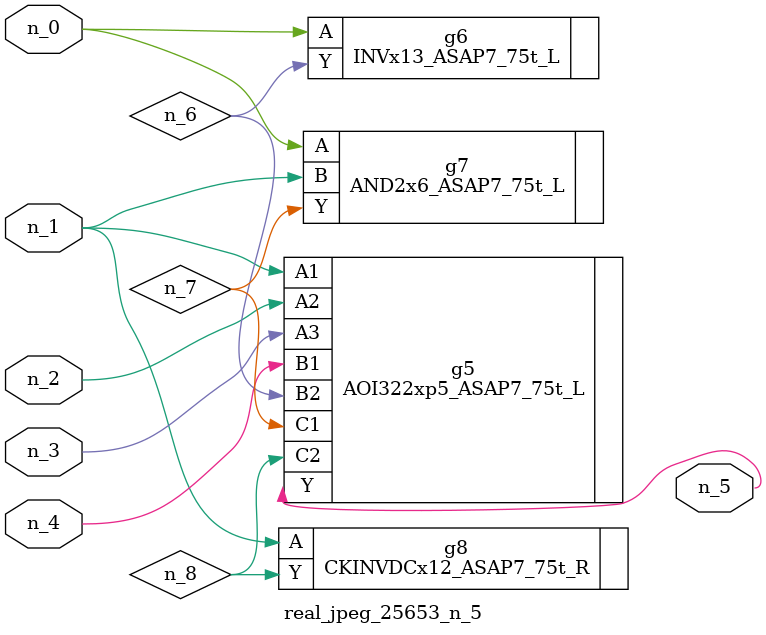
<source format=v>
module real_jpeg_25653_n_5 (n_4, n_0, n_1, n_2, n_3, n_5);

input n_4;
input n_0;
input n_1;
input n_2;
input n_3;

output n_5;

wire n_8;
wire n_6;
wire n_7;

INVx13_ASAP7_75t_L g6 ( 
.A(n_0),
.Y(n_6)
);

AND2x6_ASAP7_75t_L g7 ( 
.A(n_0),
.B(n_1),
.Y(n_7)
);

AOI322xp5_ASAP7_75t_L g5 ( 
.A1(n_1),
.A2(n_2),
.A3(n_3),
.B1(n_4),
.B2(n_6),
.C1(n_7),
.C2(n_8),
.Y(n_5)
);

CKINVDCx12_ASAP7_75t_R g8 ( 
.A(n_1),
.Y(n_8)
);


endmodule
</source>
